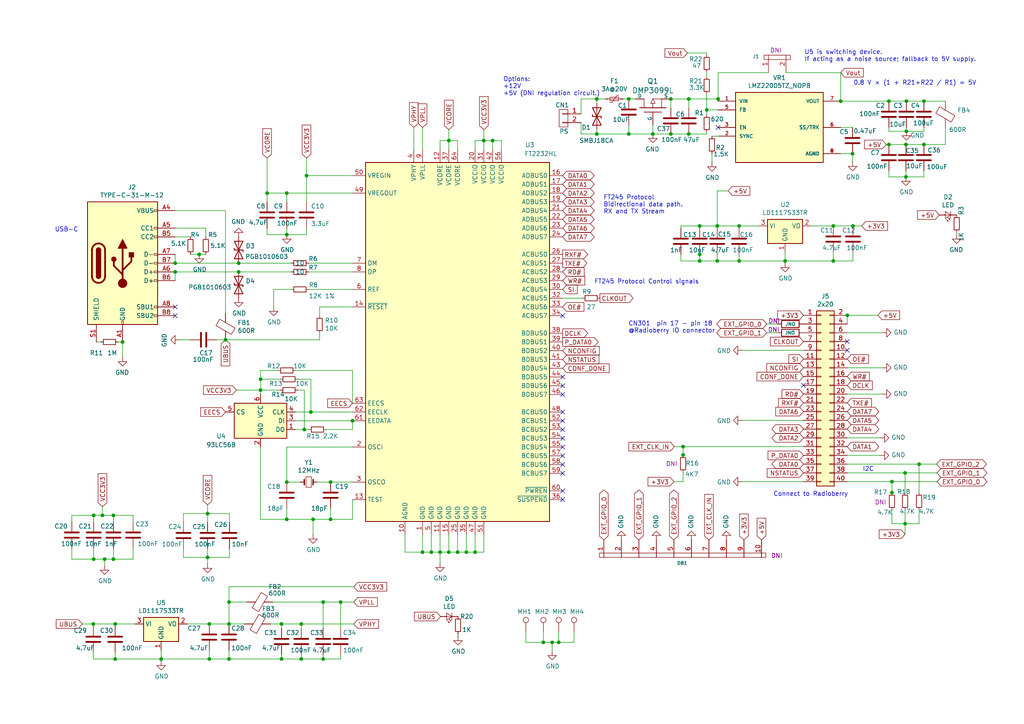
<source format=kicad_sch>
(kicad_sch (version 20231120) (generator "eeschema") (generator_version "8.0")
  (paper "A4")
  (title_block (title "Radioberry-juice") (date "2021-11-13") (rev "Beta-2") (company "AppMind") (comment 1 "PA3GSB Johan Maas"))
  (junction (at 132.715 160.147))
  (junction (at 83.185 139.827))
  (junction (at 267.97 29.337))
  (junction (at 214.376 65.532))
  (junction (at 262.763 51.308))
  (junction (at 35.56 99.187))
  (junction (at 130.175 40.767))
  (junction (at 198.12 131.953))
  (junction (at 247.269 44.577))
  (junction (at 60.198 148.971))
  (junction (at 98.806 174.625))
  (junction (at 227.711 75.692))
  (junction (at 137.795 160.147))
  (junction (at 77.47 56.007))
  (junction (at 90.805 150.622))
  (junction (at 83.185 56.007))
  (junction (at 208.026 75.692))
  (junction (at 69.215 76.327))
  (junction (at 173.101 38.862))
  (junction (at 262.509 137.16))
  (junction (at 262.89 38.1))
  (junction (at 66.421 191.135))
  (junction (at 162.052 186.309))
  (junction (at 130.175 160.147))
  (junction (at 262.763 41.91))
  (junction (at 60.198 161.671))
  (junction (at 102.235 122.047))
  (junction (at 87.376 180.975))
  (junction (at 60.706 191.135))
  (junction (at 93.726 174.625))
  (junction (at 258.699 139.7))
  (junction (at 194.564 28.702))
  (junction (at 50.8 78.867))
  (junction (at 189.357 38.862))
  (junction (at 204.978 31.877))
  (junction (at 257.81 29.337))
  (junction (at 142.875 40.767))
  (junction (at 75.565 109.982))
  (junction (at 140.335 40.767))
  (junction (at 208.026 65.532))
  (junction (at 65.405 98.552))
  (junction (at 33.401 191.135))
  (junction (at 69.215 78.867))
  (junction (at 81.661 191.135))
  (junction (at 202.946 75.692))
  (junction (at 160.147 186.309))
  (junction (at 60.706 180.975))
  (junction (at 27.051 180.975))
  (junction (at 32.893 149.479))
  (junction (at 30.353 162.179))
  (junction (at 262.509 151.892))
  (junction (at 245.745 91.44))
  (junction (at 262.89 29.337))
  (junction (at 194.564 38.862))
  (junction (at 27.178 149.479))
  (junction (at 247.396 65.532))
  (junction (at 93.726 191.135))
  (junction (at 214.376 75.692))
  (junction (at 46.736 191.135))
  (junction (at 95.885 139.827))
  (junction (at 243.84 29.337))
  (junction (at 83.185 68.072))
  (junction (at 66.421 180.975))
  (junction (at 66.421 174.625))
  (junction (at 29.718 149.479))
  (junction (at 127.635 160.147))
  (junction (at 266.573 134.62))
  (junction (at 122.555 160.147))
  (junction (at 88.9 50.927))
  (junction (at 198.12 129.54))
  (junction (at 83.185 150.622))
  (junction (at 241.681 65.532))
  (junction (at 182.372 28.702))
  (junction (at 199.771 38.862))
  (junction (at 90.17 119.507))
  (junction (at 182.372 38.862))
  (junction (at 95.885 150.622))
  (junction (at 33.401 180.975))
  (junction (at 27.178 162.179))
  (junction (at 135.255 160.147))
  (junction (at 88.265 124.587))
  (junction (at 199.771 28.702))
  (junction (at 125.095 160.147))
  (junction (at 32.893 162.179))
  (junction (at 267.97 41.91))
  (junction (at 81.661 180.975))
  (junction (at 202.946 65.532))
  (junction (at 208.28 28.702))
  (junction (at 87.376 191.135))
  (junction (at 157.607 186.309))
  (junction (at 241.681 75.692))
  (junction (at 50.8 76.327))
  (junction (at 75.565 113.157))
  (junction (at 202.946 73.787))
  (junction (at 258.699 142.875))
  (junction (at 57.785 73.787))
  (junction (at 257.81 41.91))
  (junction (at 173.101 28.702))
  (no_connect (at 245.745 99.06))
  (no_connect (at 50.8 91.567))
  (no_connect (at 163.195 142.367))
  (no_connect (at 163.195 137.287))
  (no_connect (at 163.195 127.127))
  (no_connect (at 233.045 111.76))
  (no_connect (at 163.195 91.567))
  (no_connect (at 208.28 36.957))
  (no_connect (at 163.195 122.047))
  (no_connect (at 50.8 89.027))
  (no_connect (at 163.195 109.347))
  (no_connect (at 163.195 111.887))
  (no_connect (at 163.195 132.207))
  (no_connect (at 163.195 119.507))
  (no_connect (at 163.195 124.587))
  (no_connect (at 163.195 134.747))
  (no_connect (at 245.745 101.6))
  (no_connect (at 163.195 114.427))
  (no_connect (at 163.195 144.907))
  (no_connect (at 163.195 129.667))
  (wire (pts (xy 117.475 160.147) (xy 122.555 160.147)))
  (wire (pts (xy 130.175 40.767) (xy 132.715 40.767)))
  (wire (pts (xy 46.736 191.135) (xy 60.706 191.135)))
  (wire (pts (xy 227.711 75.692) (xy 241.681 75.692)))
  (wire (pts (xy 62.865 98.552) (xy 65.405 98.552)))
  (wire (pts (xy 245.745 96.52) (xy 255.905 96.52)))
  (wire (pts (xy 257.81 36.957) (xy 257.81 38.1)))
  (wire (pts (xy 27.051 180.975) (xy 33.401 180.975)))
  (wire (pts (xy 241.681 75.692) (xy 247.396 75.692)))
  (wire (pts (xy 247.396 65.532) (xy 249.936 65.532)))
  (wire (pts (xy 27.94 99.187) (xy 29.21 99.187)))
  (wire (pts (xy 120.015 36.957) (xy 120.015 43.307)))
  (wire (pts (xy 168.529 35.56) (xy 168.529 38.862)))
  (wire (pts (xy 88.265 124.587) (xy 89.535 124.587)))
  (wire (pts (xy 227.711 76.327) (xy 227.711 75.692)))
  (wire (pts (xy 127.635 155.067) (xy 127.635 160.147)))
  (wire (pts (xy 125.095 160.147) (xy 127.635 160.147)))
  (wire (pts (xy 102.235 56.007) (xy 83.185 56.007)))
  (wire (pts (xy 50.8 66.167) (xy 59.69 66.167)))
  (wire (pts (xy 23.876 180.975) (xy 27.051 180.975)))
  (wire (pts (xy 60.198 163.576) (xy 60.198 161.671)))
  (wire (pts (xy 262.509 151.892) (xy 262.509 154.94)))
  (wire (pts (xy 98.806 191.135) (xy 98.806 189.865)))
  (wire (pts (xy 262.89 36.957) (xy 262.89 38.1)))
  (wire (pts (xy 130.175 40.767) (xy 130.175 37.592)))
  (wire (pts (xy 127.635 40.767) (xy 130.175 40.767)))
  (wire (pts (xy 60.706 188.595) (xy 60.706 191.135)))
  (wire (pts (xy 90.17 109.982) (xy 90.17 119.507)))
  (wire (pts (xy 152.527 183.134) (xy 152.527 186.309)))
  (wire (pts (xy 132.842 184.531) (xy 132.842 183.896)))
  (wire (pts (xy 102.235 139.827) (xy 95.885 139.827)))
  (wire (pts (xy 257.81 38.1) (xy 262.89 38.1)))
  (wire (pts (xy 86.36 113.157) (xy 88.265 113.157)))
  (wire (pts (xy 65.405 98.552) (xy 92.71 98.552)))
  (wire (pts (xy 50.8 76.327) (xy 50.8 73.787)))
  (wire (pts (xy 38.608 149.479) (xy 38.608 151.384)))
  (wire (pts (xy 88.9 50.927) (xy 88.9 58.547)))
  (wire (pts (xy 90.17 119.507) (xy 102.235 119.507)))
  (wire (pts (xy 60.198 148.971) (xy 60.198 146.431)))
  (wire (pts (xy 94.615 124.587) (xy 102.235 124.587)))
  (wire (pts (xy 102.235 150.622) (xy 102.235 144.907)))
  (wire (pts (xy 75.565 113.157) (xy 68.58 113.157)))
  (wire (pts (xy 140.335 40.767) (xy 140.335 37.592)))
  (wire (pts (xy 95.885 150.622) (xy 102.235 150.622)))
  (wire (pts (xy 202.946 73.152) (xy 202.946 73.787)))
  (wire (pts (xy 245.745 106.68) (xy 255.905 106.68)))
  (wire (pts (xy 262.509 147.955) (xy 262.509 151.892)))
  (wire (pts (xy 202.946 66.167) (xy 202.946 65.532)))
  (wire (pts (xy 93.726 174.625) (xy 98.806 174.625)))
  (wire (pts (xy 93.726 189.865) (xy 93.726 191.135)))
  (wire (pts (xy 241.681 73.152) (xy 241.681 75.692)))
  (wire (pts (xy 142.875 40.767) (xy 145.415 40.767)))
  (wire (pts (xy 122.555 160.147) (xy 125.095 160.147)))
  (wire (pts (xy 257.81 29.337) (xy 262.89 29.337)))
  (wire (pts (xy 66.421 180.975) (xy 66.421 174.625)))
  (wire (pts (xy 88.9 50.927) (xy 88.9 45.847)))
  (wire (pts (xy 162.052 186.309) (xy 166.497 186.309)))
  (wire (pts (xy 79.375 83.947) (xy 84.455 83.947)))
  (wire (pts (xy 60.198 151.511) (xy 60.198 148.971)))
  (wire (pts (xy 258.699 139.7) (xy 271.78 139.7)))
  (wire (pts (xy 89.535 78.867) (xy 102.235 78.867)))
  (wire (pts (xy 33.401 189.23) (xy 33.401 191.135)))
  (wire (pts (xy 125.095 155.067) (xy 125.095 160.147)))
  (wire (pts (xy 65.405 90.932) (xy 65.405 61.087)))
  (wire (pts (xy 173.101 37.592) (xy 173.101 38.862)))
  (wire (pts (xy 98.806 182.245) (xy 98.806 174.625)))
  (wire (pts (xy 257.81 41.91) (xy 262.763 41.91)))
  (wire (pts (xy 50.8 68.707) (xy 55.245 68.707)))
  (wire (pts (xy 135.255 155.067) (xy 135.255 160.147)))
  (wire (pts (xy 208.28 39.497) (xy 206.502 39.497)))
  (wire (pts (xy 90.805 150.622) (xy 95.885 150.622)))
  (wire (pts (xy 20.828 159.004) (xy 20.828 162.179)))
  (wire (pts (xy 32.893 149.479) (xy 29.718 149.479)))
  (wire (pts (xy 160.147 186.309) (xy 162.052 186.309)))
  (wire (pts (xy 137.795 160.147) (xy 140.335 160.147)))
  (wire (pts (xy 197.485 75.692) (xy 202.946 75.692)))
  (wire (pts (xy 57.785 73.787) (xy 59.69 73.787)))
  (wire (pts (xy 197.485 73.787) (xy 197.485 75.692)))
  (wire (pts (xy 66.421 174.625) (xy 66.421 170.18)))
  (wire (pts (xy 53.213 161.671) (xy 60.198 161.671)))
  (wire (pts (xy 208.28 21.082) (xy 208.28 28.702)))
  (wire (pts (xy 35.56 99.187) (xy 35.56 103.632)))
  (wire (pts (xy 77.47 66.167) (xy 77.47 68.072)))
  (wire (pts (xy 52.07 98.552) (xy 55.245 98.552)))
  (wire (pts (xy 199.771 31.242) (xy 199.771 28.702)))
  (wire (pts (xy 132.715 160.147) (xy 135.255 160.147)))
  (wire (pts (xy 225.425 96.52) (xy 222.377 96.52)))
  (wire (pts (xy 245.745 114.3) (xy 255.905 114.3)))
  (wire (pts (xy 198.12 129.54) (xy 195.58 129.54)))
  (wire (pts (xy 66.548 148.971) (xy 66.548 151.511)))
  (wire (pts (xy 83.185 147.447) (xy 83.185 150.622)))
  (wire (pts (xy 78.486 180.975) (xy 81.661 180.975)))
  (wire (pts (xy 102.235 124.587) (xy 102.235 122.047)))
  (wire (pts (xy 198.12 131.953) (xy 198.12 129.54)))
  (wire (pts (xy 197.485 65.532) (xy 197.485 66.167)))
  (wire (pts (xy 127.635 43.307) (xy 127.635 40.767)))
  (wire (pts (xy 54.356 180.975) (xy 60.706 180.975)))
  (wire (pts (xy 59.69 66.167) (xy 59.69 68.707)))
  (wire (pts (xy 92.075 139.827) (xy 95.885 139.827)))
  (wire (pts (xy 243.84 29.337) (xy 243.84 21.082)))
  (wire (pts (xy 34.29 99.187) (xy 35.56 99.187)))
  (wire (pts (xy 29.718 149.479) (xy 29.718 146.939)))
  (wire (pts (xy 83.185 68.072) (xy 88.9 68.072)))
  (wire (pts (xy 262.763 49.53) (xy 262.763 51.308)))
  (wire (pts (xy 85.725 124.587) (xy 88.265 124.587)))
  (wire (pts (xy 198.12 132.08) (xy 198.12 131.953)))
  (wire (pts (xy 202.946 65.532) (xy 208.026 65.532)))
  (wire (pts (xy 266.573 134.62) (xy 271.653 134.62)))
  (wire (pts (xy 206.502 44.577) (xy 206.502 47.117)))
  (wire (pts (xy 245.745 134.62) (xy 266.573 134.62)))
  (wire (pts (xy 81.28 113.157) (xy 75.565 113.157)))
  (wire (pts (xy 233.045 121.92) (xy 215.265 121.92)))
  (wire (pts (xy 89.535 76.327) (xy 102.235 76.327)))
  (wire (pts (xy 81.661 191.135) (xy 87.376 191.135)))
  (wire (pts (xy 142.875 43.307) (xy 142.875 40.767)))
  (wire (pts (xy 30.353 164.084) (xy 30.353 162.179)))
  (wire (pts (xy 204.978 22.225) (xy 204.978 20.955)))
  (wire (pts (xy 53.213 148.971) (xy 60.198 148.971)))
  (wire (pts (xy 66.421 191.135) (xy 81.661 191.135)))
  (wire (pts (xy 122.555 155.067) (xy 122.555 160.147)))
  (wire (pts (xy 262.509 142.875) (xy 262.509 137.16)))
  (wire (pts (xy 60.198 159.131) (xy 60.198 161.671)))
  (wire (pts (xy 77.47 45.847) (xy 77.47 56.007)))
  (wire (pts (xy 27.051 181.61) (xy 27.051 180.975)))
  (wire (pts (xy 130.175 155.067) (xy 130.175 160.147)))
  (wire (pts (xy 83.185 129.667) (xy 83.185 139.827)))
  (wire (pts (xy 266.573 151.892) (xy 266.573 147.955)))
  (wire (pts (xy 66.421 170.18) (xy 102.616 170.18)))
  (wire (pts (xy 267.97 38.1) (xy 267.97 36.957)))
  (wire (pts (xy 53.213 151.511) (xy 53.213 148.971)))
  (wire (pts (xy 233.045 129.54) (xy 198.12 129.54)))
  (wire (pts (xy 152.527 186.309) (xy 157.607 186.309)))
  (wire (pts (xy 66.421 191.135) (xy 66.421 188.595)))
  (wire (pts (xy 208.026 66.167) (xy 208.026 65.532)))
  (wire (pts (xy 225.425 93.98) (xy 222.377 93.98)))
  (wire (pts (xy 262.763 41.91) (xy 267.97 41.91)))
  (wire (pts (xy 69.215 78.867) (xy 84.455 78.867)))
  (wire (pts (xy 27.051 191.135) (xy 33.401 191.135)))
  (wire (pts (xy 204.978 27.305) (xy 204.978 31.877)))
  (wire (pts (xy 189.357 38.862) (xy 194.564 38.862)))
  (wire (pts (xy 214.376 65.532) (xy 214.376 66.167)))
  (wire (pts (xy 75.565 109.982) (xy 81.28 109.982)))
  (wire (pts (xy 27.178 159.004) (xy 27.178 162.179)))
  (wire (pts (xy 95.885 147.447) (xy 95.885 150.622)))
  (wire (pts (xy 227.711 75.692) (xy 227.711 73.152)))
  (wire (pts (xy 83.185 150.622) (xy 90.805 150.622)))
  (wire (pts (xy 208.026 55.372) (xy 211.201 55.372)))
  (wire (pts (xy 85.725 119.507) (xy 90.17 119.507)))
  (wire (pts (xy 87.376 189.865) (xy 87.376 191.135)))
  (wire (pts (xy 75.565 114.427) (xy 75.565 113.157)))
  (wire (pts (xy 204.978 15.367) (xy 199.39 15.367)))
  (wire (pts (xy 258.699 151.892) (xy 262.509 151.892)))
  (wire (pts (xy 182.372 28.702) (xy 184.277 28.702)))
  (wire (pts (xy 145.415 40.767) (xy 145.415 43.307)))
  (wire (pts (xy 20.828 162.179) (xy 27.178 162.179)))
  (wire (pts (xy 87.376 182.245) (xy 87.376 180.975)))
  (wire (pts (xy 208.026 65.532) (xy 214.376 65.532)))
  (wire (pts (xy 243.84 21.082) (xy 227.965 21.082)))
  (wire (pts (xy 257.81 51.308) (xy 262.763 51.308)))
  (wire (pts (xy 60.198 148.971) (xy 66.548 148.971)))
  (wire (pts (xy 204.978 15.875) (xy 204.978 15.367)))
  (wire (pts (xy 90.805 155.067) (xy 90.805 150.622)))
  (wire (pts (xy 137.795 40.767) (xy 140.335 40.767)))
  (wire (pts (xy 130.175 43.307) (xy 130.175 40.767)))
  (wire (pts (xy 157.607 183.134) (xy 157.607 186.309)))
  (wire (pts (xy 262.763 51.308) (xy 267.97 51.308)))
  (wire (pts (xy 79.375 83.947) (xy 79.375 89.027)))
  (wire (pts (xy 220.091 65.532) (xy 214.376 65.532)))
  (wire (pts (xy 198.12 139.7) (xy 195.453 139.7)))
  (wire (pts (xy 135.255 160.147) (xy 137.795 160.147)))
  (wire (pts (xy 243.84 29.337) (xy 257.81 29.337)))
  (wire (pts (xy 204.978 33.274) (xy 204.978 31.877)))
  (wire (pts (xy 267.97 29.337) (xy 274.193 29.337)))
  (wire (pts (xy 175.641 28.702) (xy 173.101 28.702)))
  (wire (pts (xy 168.529 28.702) (xy 173.101 28.702)))
  (wire (pts (xy 243.84 36.957) (xy 247.269 36.957)))
  (wire (pts (xy 247.269 44.577) (xy 243.84 44.577)))
  (wire (pts (xy 87.376 180.975) (xy 102.616 180.975)))
  (wire (pts (xy 46.736 191.77) (xy 46.736 191.135)))
  (wire (pts (xy 60.706 180.975) (xy 66.421 180.975)))
  (wire (pts (xy 208.026 65.532) (xy 208.026 55.372)))
  (wire (pts (xy 198.12 137.033) (xy 198.12 139.7)))
  (wire (pts (xy 233.045 139.7) (xy 215.265 139.7)))
  (wire (pts (xy 29.718 149.479) (xy 27.178 149.479)))
  (wire (pts (xy 140.335 43.307) (xy 140.335 40.767)))
  (wire (pts (xy 173.101 38.862) (xy 182.372 38.862)))
  (wire (pts (xy 208.28 28.702) (xy 199.771 28.702)))
  (wire (pts (xy 92.71 98.552) (xy 92.71 96.647)))
  (wire (pts (xy 199.771 38.862) (xy 204.978 38.862)))
  (wire (pts (xy 85.725 122.047) (xy 102.235 122.047)))
  (wire (pts (xy 81.661 182.245) (xy 81.661 180.975)))
  (wire (pts (xy 30.353 162.179) (xy 32.893 162.179)))
  (wire (pts (xy 38.608 162.179) (xy 38.608 159.004)))
  (wire (pts (xy 247.396 73.152) (xy 247.396 75.692)))
  (wire (pts (xy 162.052 183.134) (xy 162.052 186.309)))
  (wire (pts (xy 75.565 107.442) (xy 80.645 107.442)))
  (wire (pts (xy 130.175 160.147) (xy 132.715 160.147)))
  (wire (pts (xy 102.235 129.667) (xy 83.185 129.667)))
  (wire (pts (xy 60.706 191.135) (xy 66.421 191.135)))
  (wire (pts (xy 122.555 43.307) (xy 122.555 36.957)))
  (wire (pts (xy 140.335 160.147) (xy 140.335 155.067)))
  (wire (pts (xy 194.564 38.862) (xy 199.771 38.862)))
  (wire (pts (xy 66.548 161.671) (xy 66.548 159.131)))
  (wire (pts (xy 204.978 38.862) (xy 204.978 38.354)))
  (wire (pts (xy 258.699 142.875) (xy 258.699 139.7)))
  (wire (pts (xy 245.745 91.44) (xy 254.635 91.44)))
  (wire (pts (xy 81.661 189.865) (xy 81.661 191.135)))
  (wire (pts (xy 258.699 147.955) (xy 258.699 151.892)))
  (wire (pts (xy 50.8 76.327) (xy 69.215 76.327)))
  (wire (pts (xy 20.828 151.384) (xy 20.828 149.479)))
  (wire (pts (xy 117.475 155.067) (xy 117.475 160.147)))
  (wire (pts (xy 266.573 142.875) (xy 266.573 134.62)))
  (wire (pts (xy 75.565 107.442) (xy 75.565 109.982)))
  (wire (pts (xy 32.893 151.384) (xy 32.893 149.479)))
  (wire (pts (xy 173.101 29.972) (xy 173.101 28.702)))
  (wire (pts (xy 92.71 91.567) (xy 92.71 89.027)))
  (wire (pts (xy 60.198 161.671) (xy 66.548 161.671)))
  (wire (pts (xy 168.529 33.02) (xy 168.529 28.702)))
  (wire (pts (xy 274.193 36.957) (xy 274.193 41.91)))
  (wire (pts (xy 50.8 78.867) (xy 69.215 78.867)))
  (wire (pts (xy 33.401 191.135) (xy 46.736 191.135)))
  (wire (pts (xy 83.185 56.007) (xy 77.47 56.007)))
  (wire (pts (xy 140.335 40.767) (xy 142.875 40.767)))
  (wire (pts (xy 32.893 149.479) (xy 38.608 149.479)))
  (wire (pts (xy 189.357 36.322) (xy 189.357 38.862)))
  (wire (pts (xy 245.745 132.08) (xy 255.27 132.08)))
  (wire (pts (xy 88.265 113.157) (xy 88.265 124.587)))
  (wire (pts (xy 102.235 89.027) (xy 92.71 89.027)))
  (wire (pts (xy 83.185 139.827) (xy 86.995 139.827)))
  (wire (pts (xy 262.509 151.892) (xy 266.573 151.892)))
  (wire (pts (xy 197.485 65.532) (xy 202.946 65.532)))
  (wire (pts (xy 235.331 65.532) (xy 241.681 65.532)))
  (wire (pts (xy 46.736 191.135) (xy 46.736 188.595)))
  (wire (pts (xy 66.421 180.975) (xy 70.866 180.975)))
  (wire (pts (xy 79.121 174.625) (xy 93.726 174.625)))
  (wire (pts (xy 194.564 31.242) (xy 194.564 28.702)))
  (wire (pts (xy 39.116 180.975) (xy 33.401 180.975)))
  (wire (pts (xy 132.715 155.067) (xy 132.715 160.147)))
  (wire (pts (xy 33.401 181.61) (xy 33.401 180.975)))
  (wire (pts (xy 194.437 28.702) (xy 194.564 28.702)))
  (wire (pts (xy 83.185 68.072) (xy 83.185 66.167)))
  (wire (pts (xy 214.376 73.787) (xy 214.376 75.692)))
  (wire (pts (xy 132.715 40.767) (xy 132.715 43.307)))
  (wire (pts (xy 262.89 38.1) (xy 267.97 38.1)))
  (wire (pts (xy 93.726 191.135) (xy 98.806 191.135)))
  (wire (pts (xy 245.745 127) (xy 255.27 127)))
  (wire (pts (xy 27.178 162.179) (xy 30.353 162.179)))
  (wire (pts (xy 137.795 155.067) (xy 137.795 160.147)))
  (wire (pts (xy 262.509 137.16) (xy 271.78 137.16)))
  (wire (pts (xy 84.455 76.327) (xy 69.215 76.327)))
  (wire (pts (xy 32.893 162.179) (xy 38.608 162.179)))
  (wire (pts (xy 93.726 182.245) (xy 93.726 174.625)))
  (wire (pts (xy 77.47 58.547) (xy 77.47 56.007)))
  (wire (pts (xy 137.795 43.307) (xy 137.795 40.767)))
  (wire (pts (xy 222.885 21.082) (xy 208.28 21.082)))
  (wire (pts (xy 55.245 73.787) (xy 57.785 73.787)))
  (wire (pts (xy 262.89 29.337) (xy 267.97 29.337)))
  (wire (pts (xy 102.235 83.947) (xy 89.535 83.947)))
  (wire (pts (xy 75.565 150.622) (xy 75.565 129.667)))
  (wire (pts (xy 258.699 143.002) (xy 258.699 142.875)))
  (wire (pts (xy 168.529 38.862) (xy 173.101 38.862)))
  (wire (pts (xy 27.178 149.479) (xy 27.178 151.384)))
  (wire (pts (xy 202.946 75.692) (xy 208.026 75.692)))
  (wire (pts (xy 208.026 75.692) (xy 214.376 75.692)))
  (wire (pts (xy 194.564 28.702) (xy 199.771 28.702)))
  (wire (pts (xy 88.9 68.072) (xy 88.9 66.167)))
  (wire (pts (xy 75.565 109.982) (xy 75.565 113.157)))
  (wire (pts (xy 163.195 86.487) (xy 168.91 86.487)))
  (wire (pts (xy 53.213 159.131) (xy 53.213 161.671)))
  (wire (pts (xy 277.495 68.072) (xy 277.495 67.437)))
  (wire (pts (xy 27.051 189.23) (xy 27.051 191.135)))
  (wire (pts (xy 83.185 58.547) (xy 83.185 56.007)))
  (wire (pts (xy 127.635 160.147) (xy 130.175 160.147)))
  (wire (pts (xy 50.8 81.407) (xy 50.8 78.867)))
  (wire (pts (xy 102.235 50.927) (xy 88.9 50.927)))
  (wire (pts (xy 85.725 107.442) (xy 102.235 107.442)))
  (wire (pts (xy 87.376 191.135) (xy 93.726 191.135)))
  (wire (pts (xy 182.372 38.862) (xy 189.357 38.862)))
  (wire (pts (xy 50.8 61.087) (xy 65.405 61.087)))
  (wire (pts (xy 66.421 174.625) (xy 71.501 174.625)))
  (wire (pts (xy 182.372 36.322) (xy 182.372 38.862)))
  (wire (pts (xy 233.045 101.6) (xy 215.265 101.6)))
  (wire (pts (xy 208.28 28.702) (xy 208.28 29.337)))
  (wire (pts (xy 245.745 93.98) (xy 245.745 91.44)))
  (wire (pts (xy 257.81 49.53) (xy 257.81 51.308)))
  (wire (pts (xy 204.978 31.877) (xy 208.28 31.877)))
  (wire (pts (xy 20.828 149.479) (xy 27.178 149.479)))
  (wire (pts (xy 81.661 180.975) (xy 87.376 180.975)))
  (wire (pts (xy 202.946 73.787) (xy 202.946 75.692)))
  (wire (pts (xy 245.745 137.16) (xy 262.509 137.16)))
  (wire (pts (xy 267.97 51.308) (xy 267.97 49.53)))
  (wire (pts (xy 274.193 41.91) (xy 267.97 41.91)))
  (wire (pts (xy 180.721 28.702) (xy 182.372 28.702)))
  (wire (pts (xy 241.681 65.532) (xy 247.396 65.532)))
  (wire (pts (xy 247.269 46.99) (xy 247.269 44.577)))
  (wire (pts (xy 257.048 41.91) (xy 257.81 41.91)))
  (wire (pts (xy 208.026 73.787) (xy 208.026 75.692)))
  (wire (pts (xy 245.745 139.7) (xy 258.699 139.7)))
  (wire (pts (xy 98.806 174.625) (xy 102.616 174.625)))
  (wire (pts (xy 166.497 186.309) (xy 166.497 183.134)))
  (wire (pts (xy 102.235 107.442) (xy 102.235 116.967)))
  (wire (pts (xy 160.147 188.849) (xy 160.147 186.309)))
  (wire (pts (xy 127.635 163.322) (xy 127.635 160.147)))
  (wire (pts (xy 83.185 150.622) (xy 75.565 150.622)))
  (wire (pts (xy 214.376 75.692) (xy 227.711 75.692)))
  (wire (pts (xy 77.47 68.072) (xy 83.185 68.072)))
  (wire (pts (xy 32.893 159.004) (xy 32.893 162.179)))
  (wire (pts (xy 157.607 186.309) (xy 160.147 186.309)))
  (wire (pts (xy 86.36 109.982) (xy 90.17 109.982)))
  (text "0.8 V × (1 + R21+R22 / R1) = 5V" (at 247.523 24.892 0) (effects (font (size 1.27 1.27)) (justify left bottom)))
  (text "I2C" (at 250.19 136.906 0) (effects (font (size 1.27 1.27)) (justify left bottom)))
  (text "Options:\n+12V \n+5V (DNI regulation circuit.)\n" (at 145.923 27.94 0) (effects (font (size 1.27 1.27)) (justify left bottom)))
  (text "CN301  pin 17 - pin 18\n@Radioberry IO connector" (at 182.245 96.774 0) (effects (font (size 1.27 1.27)) (justify left bottom)))
  (text "U5 is switching device. \nIf acting as a noise source; fallback to 5V supply." (at 233.299 18.034 0) (effects (font (size 1.27 1.27)) (justify left bottom)))
  (text "USB-C" (at 15.875 67.437 0) (effects (font (size 1.27 1.27)) (justify left bottom)))
  (text "FT245 Protocol\nBidirectional data path.\nRX and TX Stream" (at 175.006 62.23 0) (effects (font (size 1.27 1.27)) (justify left bottom)))
  (text "FT245 Protocol Control signals" (at 172.339 82.55 0) (effects (font (size 1.27 1.27)) (justify left bottom)))
  (text "Connect to Radioberry " (at 224.282 144.145 0) (effects (font (size 1.27 1.27)) (justify left bottom)))
  (global_label "EXT_GPIO_1" (shape bidirectional) (at 185.293 156.591 90) (property "Intersheetrefs" "${INTERSHEET_REFS}" (effects (hide yes))))
  (global_label "UBUS" (shape input) (at 127.762 178.816 180) (property "Intersheetrefs" "${INTERSHEET_REFS}" (effects (hide yes))))
  (global_label "SI" (shape input) (at 163.195 83.947 0) (property "Intersheetrefs" "${INTERSHEET_REFS}" (effects (hide yes))))
  (global_label "CONF_DONE" (shape input) (at 233.045 109.22 180) (property "Intersheetrefs" "${INTERSHEET_REFS}" (effects (hide yes))))
  (global_label "DATA2" (shape bidirectional) (at 163.195 56.007 0) (property "Intersheetrefs" "${INTERSHEET_REFS}" (effects (hide yes))))
  (global_label "Vout" (shape input) (at 243.84 21.082 0) (property "Intersheetrefs" "${INTERSHEET_REFS}" (effects (hide yes))))
  (global_label "EXT_GPIO_2" (shape bidirectional) (at 195.453 156.591 90) (property "Intersheetrefs" "${INTERSHEET_REFS}" (effects (hide yes))))
  (global_label "+5V" (shape input) (at 211.201 55.372 0) (property "Intersheetrefs" "${INTERSHEET_REFS}" (effects (hide yes))))
  (global_label "VCORE" (shape input) (at 60.198 146.431 90) (property "Intersheetrefs" "${INTERSHEET_REFS}" (effects (hide yes))))
  (global_label "RD#" (shape input) (at 233.045 114.3 180) (property "Intersheetrefs" "${INTERSHEET_REFS}" (effects (hide yes))))
  (global_label "DCLK" (shape input) (at 245.745 111.76 0) (property "Intersheetrefs" "${INTERSHEET_REFS}" (effects (hide yes))))
  (global_label "DATA6" (shape bidirectional) (at 163.195 66.167 0) (property "Intersheetrefs" "${INTERSHEET_REFS}" (effects (hide yes))))
  (global_label "VCC3V3" (shape input) (at 68.58 113.157 180) (property "Intersheetrefs" "${INTERSHEET_REFS}" (effects (hide yes))))
  (global_label "OE#" (shape input) (at 163.195 89.027 0) (property "Intersheetrefs" "${INTERSHEET_REFS}" (effects (hide yes))))
  (global_label "VPLL" (shape input) (at 102.616 174.625 0) (property "Intersheetrefs" "${INTERSHEET_REFS}" (effects (hide yes))))
  (global_label "DATA0" (shape bidirectional) (at 163.195 50.927 0) (property "Intersheetrefs" "${INTERSHEET_REFS}" (effects (hide yes))))
  (global_label "CLKOUT" (shape input) (at 233.045 99.06 180) (property "Intersheetrefs" "${INTERSHEET_REFS}" (effects (hide yes))))
  (global_label "DATA1" (shape bidirectional) (at 245.745 129.54 0) (property "Intersheetrefs" "${INTERSHEET_REFS}" (effects (hide yes))))
  (global_label "Vout" (shape input) (at 199.39 15.367 180) (property "Intersheetrefs" "${INTERSHEET_REFS}" (effects (hide yes))))
  (global_label "VCC3V3" (shape input) (at 102.616 170.18 0) (property "Intersheetrefs" "${INTERSHEET_REFS}" (effects (hide yes))))
  (global_label "SI" (shape input) (at 233.045 104.14 180) (property "Intersheetrefs" "${INTERSHEET_REFS}" (effects (hide yes))))
  (global_label "EXT_GPIO_0" (shape bidirectional) (at 271.78 139.7 0) (property "Intersheetrefs" "${INTERSHEET_REFS}" (effects (hide yes))))
  (global_label "DCLK" (shape output) (at 163.195 96.647 0) (property "Intersheetrefs" "${INTERSHEET_REFS}" (effects (hide yes))))
  (global_label "UBUS" (shape input) (at 65.405 98.552 270) (property "Intersheetrefs" "${INTERSHEET_REFS}" (effects (hide yes))))
  (global_label "RXF#" (shape input) (at 233.045 116.84 180) (property "Intersheetrefs" "${INTERSHEET_REFS}" (effects (hide yes))))
  (global_label "DATA4" (shape bidirectional) (at 163.195 61.087 0) (property "Intersheetrefs" "${INTERSHEET_REFS}" (effects (hide yes))))
  (global_label "EXT_GPIO_2" (shape bidirectional) (at 271.653 134.62 0) (property "Intersheetrefs" "${INTERSHEET_REFS}" (effects (hide yes))))
  (global_label "DATA4" (shape bidirectional) (at 245.745 124.46 0) (property "Intersheetrefs" "${INTERSHEET_REFS}" (effects (hide yes))))
  (global_label "RD#" (shape input) (at 163.195 78.867 0) (property "Intersheetrefs" "${INTERSHEET_REFS}" (effects (hide yes))))
  (global_label "TXE#" (shape input) (at 245.745 116.84 0) (property "Intersheetrefs" "${INTERSHEET_REFS}" (effects (hide yes))))
  (global_label "UBUS" (shape input) (at 23.876 180.975 180) (property "Intersheetrefs" "${INTERSHEET_REFS}" (effects (hide yes))))
  (global_label "NSTATUS" (shape input) (at 163.195 104.267 0) (property "Intersheetrefs" "${INTERSHEET_REFS}" (effects (hide yes))))
  (global_label "NSTATUS" (shape input) (at 233.045 137.16 180) (property "Intersheetrefs" "${INTERSHEET_REFS}" (effects (hide yes))))
  (global_label "DATA6" (shape input) (at 233.045 119.38 180) (property "Intersheetrefs" "${INTERSHEET_REFS}" (effects (hide yes))))
  (global_label "EXT_CLK_IN" (shape input) (at 195.58 129.54 180) (property "Intersheetrefs" "${INTERSHEET_REFS}" (effects (hide yes))))
  (global_label "DATA5" (shape bidirectional) (at 163.195 63.627 0) (property "Intersheetrefs" "${INTERSHEET_REFS}" (effects (hide yes))))
  (global_label "P_DATA0" (shape output) (at 163.195 99.187 0) (property "Intersheetrefs" "${INTERSHEET_REFS}" (effects (hide yes))))
  (global_label "RXF#" (shape output) (at 163.195 73.787 0) (property "Intersheetrefs" "${INTERSHEET_REFS}" (effects (hide yes))))
  (global_label "EXT_GPIO_0" (shape bidirectional) (at 222.377 93.98 180) (property "Intersheetrefs" "${INTERSHEET_REFS}" (effects (hide yes))))
  (global_label "EXT_GPIO_1" (shape bidirectional) (at 271.78 137.16 0) (property "Intersheetrefs" "${INTERSHEET_REFS}" (effects (hide yes))))
  (global_label "EXT_CLK_IN" (shape input) (at 205.613 156.591 90) (property "Intersheetrefs" "${INTERSHEET_REFS}" (effects (hide yes))))
  (global_label "DATA3" (shape bidirectional) (at 163.195 58.547 0) (property "Intersheetrefs" "${INTERSHEET_REFS}" (effects (hide yes))))
  (global_label "+3V3" (shape input) (at 249.936 65.532 0) (property "Intersheetrefs" "${INTERSHEET_REFS}" (effects (hide yes))))
  (global_label "VCC3V3" (shape input) (at 29.718 146.939 90) (property "Intersheetrefs" "${INTERSHEET_REFS}" (effects (hide yes))))
  (global_label "+5V" (shape input) (at 220.853 156.591 90) (property "Intersheetrefs" "${INTERSHEET_REFS}" (effects (hide yes))))
  (global_label "DATA2" (shape bidirectional) (at 233.045 127 180) (property "Intersheetrefs" "${INTERSHEET_REFS}" (effects (hide yes))))
  (global_label "+3V3" (shape input) (at 195.453 139.7 180) (property "Intersheetrefs" "${INTERSHEET_REFS}" (effects (hide yes))))
  (global_label "DATA7" (shape bidirectional) (at 245.745 119.38 0) (property "Intersheetrefs" "${INTERSHEET_REFS}" (effects (hide yes))))
  (global_label "EXT_GPIO_0" (shape bidirectional) (at 175.133 156.591 90) (property "Intersheetrefs" "${INTERSHEET_REFS}" (effects (hide yes))))
  (global_label "DATA0" (shape bidirectional) (at 233.045 134.62 180) (property "Intersheetrefs" "${INTERSHEET_REFS}" (effects (hide yes))))
  (global_label "+5V" (shape input) (at 257.048 41.91 180) (property "Intersheetrefs" "${INTERSHEET_REFS}" (effects (hide yes))))
  (global_label "CLKOUT" (shape output) (at 173.99 86.487 0) (property "Intersheetrefs" "${INTERSHEET_REFS}" (effects (hide yes))))
  (global_label "+3V3" (shape input) (at 215.773 156.591 90) (property "Intersheetrefs" "${INTERSHEET_REFS}" (effects (hide yes))))
  (global_label "P_DATA0" (shape input) (at 233.045 132.08 180) (property "Intersheetrefs" "${INTERSHEET_REFS}" (effects (hide yes))))
  (global_label "VCC3V3" (shape input) (at 88.9 45.847 90) (property "Intersheetrefs" "${INTERSHEET_REFS}" (effects (hide yes))))
  (global_label "NCONFIG" (shape input) (at 233.045 106.68 180) (property "Intersheetrefs" "${INTERSHEET_REFS}" (effects (hide yes))))
  (global_label "+5V" (shape input) (at 272.415 62.357 180) (property "Intersheetrefs" "${INTERSHEET_REFS}" (effects (hide yes))))
  (global_label "EXT_GPIO_1" (shape bidirectional) (at 222.377 96.52 180) (property "Intersheetrefs" "${INTERSHEET_REFS}" (effects (hide yes))))
  (global_label "VPHY" (shape input) (at 102.616 180.975 0) (property "Intersheetrefs" "${INTERSHEET_REFS}" (effects (hide yes))))
  (global_label "+3V3" (shape input) (at 233.045 91.44 180) (property "Intersheetrefs" "${INTERSHEET_REFS}" (effects (hide yes))))
  (global_label "VCC3V3" (shape input) (at 140.335 37.592 90) (property "Intersheetrefs" "${INTERSHEET_REFS}" (effects (hide yes))))
  (global_label "VCORE" (shape input) (at 77.47 45.847 90) (property "Intersheetrefs" "${INTERSHEET_REFS}" (effects (hide yes))))
  (global_label "TXE#" (shape output) (at 163.195 76.327 0) (property "Intersheetrefs" "${INTERSHEET_REFS}" (effects (hide yes))))
  (global_label "VPLL" (shape input) (at 122.555 36.957 90) (property "Intersheetrefs" "${INTERSHEET_REFS}" (effects (hide yes))))
  (global_label "DATA3" (shape bidirectional) (at 233.045 124.46 180) (property "Intersheetrefs" "${INTERSHEET_REFS}" (effects (hide yes))))
  (global_label "WR#" (shape input) (at 245.745 109.22 0) (property "Intersheetrefs" "${INTERSHEET_REFS}" (effects (hide yes))))
  (global_label "OE#" (shape input) (at 245.745 104.14 0) (property "Intersheetrefs" "${INTERSHEET_REFS}" (effects (hide yes))))
  (global_label "VPHY" (shape input) (at 120.015 36.957 90) (property "Intersheetrefs" "${INTERSHEET_REFS}" (effects (hide yes))))
  (global_label "CONF_DONE" (shape input) (at 163.195 106.807 0) (property "Intersheetrefs" "${INTERSHEET_REFS}" (effects (hide yes))))
  (global_label "DATA7" (shape bidirectional) (at 163.195 68.707 0) (property "Intersheetrefs" "${INTERSHEET_REFS}" (effects (hide yes))))
  (global_label "DATA5" (shape bidirectional) (at 245.745 121.92 0) (property "Intersheetrefs" "${INTERSHEET_REFS}" (effects (hide yes))))
  (global_label "VCORE" (shape input) (at 130.175 37.592 90) (property "Intersheetrefs" "${INTERSHEET_REFS}" (effects (hide yes))))
  (global_label "NCONFIG" (shape input) (at 163.195 101.727 0) (property "Intersheetrefs" "${INTERSHEET_REFS}" (effects (hide yes))))
  (global_label "+5V" (shape input) (at 254.635 91.44 0) (property "Intersheetrefs" "${INTERSHEET_REFS}" (effects (hide yes))))
  (global_label "+3V3" (shape input) (at 262.509 154.94 180) (property "Intersheetrefs" "${INTERSHEET_REFS}" (effects (hide yes))))
  (global_label "WR#" (shape input) (at 163.195 81.407 0) (property "Intersheetrefs" "${INTERSHEET_REFS}" (effects (hide yes))))
  (global_label "DATA1" (shape bidirectional) (at 163.195 53.467 0) (property "Intersheetrefs" "${INTERSHEET_REFS}" (effects (hide yes))))
  (global_label "EECS" (shape input) (at 65.405 119.507 180) (property "Intersheetrefs" "${INTERSHEET_REFS}" (effects (hide yes))))
  (global_label "EECS" (shape input) (at 102.235 116.967 180) (property "Intersheetrefs" "${INTERSHEET_REFS}" (effects (hide yes))))
  (symbol (lib_id "hermeslite:TEST_1P") (at 152.527 183.134 0) (unit 1)
    (property "Reference" "J6" (effects (hide yes)))
    (property "Value" "MH1" (at 149.987 177.419 0) (effects (justify left)))
    (property "Footprint" "hermeslite:m3" (effects (hide yes)))
    (property "Option" "DNI" (effects (hide yes)))
    (property "Key" "NOBOM" (effects (hide yes)))
  )
  (symbol (lib_id "hermeslite:TEST_1P") (at 157.607 183.134 0) (unit 1)
    (property "Reference" "J7" (effects (hide yes)))
    (property "Value" "MH2" (at 155.067 177.419 0) (effects (justify left)))
    (property "Footprint" "hermeslite:m3" (effects (hide yes)))
    (property "Option" "DNI" (effects (hide yes)))
    (property "Key" "NOBOM" (effects (hide yes)))
  )
  (symbol (lib_id "hermeslite:TEST_1P") (at 162.052 183.134 0) (unit 1)
    (property "Reference" "J8" (effects (hide yes)))
    (property "Value" "MH3" (at 160.147 177.419 0) (effects (justify left)))
    (property "Footprint" "hermeslite:m3" (effects (hide yes)))
    (property "Option" "DNI" (effects (hide yes)))
    (property "Key" "NOBOM" (effects (hide yes)))
  )
  (symbol (lib_id "hermeslite:TEST_1P") (at 166.497 183.134 0) (unit 1)
    (property "Reference" "J9" (effects (hide yes)))
    (property "Value" "MH4" (at 165.227 177.419 0) (effects (justify left)))
    (property "Footprint" "hermeslite:m3" (effects (hide yes)))
    (property "Option" "DNI" (effects (hide yes)))
    (property "Key" "NOBOM" (effects (hide yes)))
  )
  (symbol (lib_id "power:GND") (at 160.147 188.849 0) (unit 1)
    (property "Reference" "#PWR029" (effects (hide yes)))
    (property "Value" "GND" (at 160.274 193.2432 0))
  )
  (symbol (lib_id "Device:C") (at 202.946 69.977 0) (unit 1)
    (property "Reference" "C14" (at 203.581 68.072 0) (effects (justify left)))
    (property "Value" "10nF" (at 199.771 72.517 0) (effects (justify left)))
    (property "Footprint" "Capacitors_SMD:C_0603_HandSoldering" (effects (hide yes)))
  )
  (symbol (lib_id "Memory_EEPROM:93LCxxAxxOT") (at 75.565 122.047 0) (unit 1)
    (property "Reference" "U4" (at 64.135 126.492 0))
    (property "Value" "93LC56B" (at 64.135 129.032 0))
    (property "Footprint" "TO_SOT_Packages_SMD:SOT-23-6_Handsoldering" (effects (hide yes)))
    (property "Datasheet" "http://ww1.microchip.com/downloads/en/DeviceDoc/20001749K.pdf" (effects (hide yes)))
  )
  (symbol (lib_id "Device:R_Small") (at 83.82 109.982 270) (unit 1)
    (property "Reference" "R13" (at 80.01 111.252 90))
    (property "Value" "10K" (at 87.63 111.252 90))
    (property "Footprint" "Resistors_SMD:R_0603_HandSoldering" (effects (hide yes)))
  )
  (symbol (lib_id "Device:R_Small") (at 83.185 107.442 270) (unit 1)
    (property "Reference" "R12" (at 79.375 106.172 90))
    (property "Value" "10K" (at 86.995 106.172 90))
    (property "Footprint" "Resistors_SMD:R_0603_HandSoldering" (effects (hide yes)))
  )
  (symbol (lib_id "Connector:USB_C_Receptacle_USB2.0") (at 35.56 76.327 0) (unit 1)
    (property "Reference" "J2" (at 38.2778 54.3052 0))
    (property "Value" "TYPE-C-31-M-12" (at 38.2778 56.6166 0))
    (property "Footprint" "USB-C-Power-tester:TYPE-C-31-M-12" (effects (hide yes)))
    (property "Datasheet" "https://www.usb.org/sites/default/files/documents/usb_type-c.zip" (effects (hide yes)))
  )
  (symbol (lib_id "hermeslite:LED_Small") (at 274.955 62.357 180) (unit 1)
    (property "Reference" "D2" (at 274.955 57.15 0))
    (property "Value" "LED" (at 274.955 59.4614 0))
    (property "Footprint" "hermeslite:LEDn" (effects (hide yes)))
  )
  (symbol (lib_id "hermeslite:LED_Small") (at 130.302 178.816 180) (unit 1)
    (property "Reference" "D5" (at 130.302 173.609 0))
    (property "Value" "LED" (at 130.302 175.9204 0))
    (property "Footprint" "hermeslite:LEDn" (effects (hide yes)))
  )
  (symbol (lib_id "Device:R_Small") (at 132.842 181.356 180) (unit 1)
    (property "Reference" "R20" (at 135.382 178.816 0))
    (property "Value" "1K" (at 135.382 182.626 0))
    (property "Footprint" "Resistors_SMD:R_0603_HandSoldering" (effects (hide yes)))
  )
  (symbol (lib_id "power:GND") (at 132.842 184.531 0) (unit 1)
    (property "Reference" "#PWR028" (effects (hide yes)))
    (property "Value" "GND" (at 132.969 188.9252 0))
  )
  (symbol (lib_id "Device:R_Small") (at 277.495 64.897 180) (unit 1)
    (property "Reference" "R3" (at 278.765 61.087 90))
    (property "Value" "1K" (at 278.765 68.707 90))
    (property "Footprint" "Resistors_SMD:R_0603_HandSoldering" (effects (hide yes)))
  )
  (symbol (lib_id "power:GND") (at 277.495 68.072 0) (mirror y) (unit 1)
    (property "Reference" "#PWR04" (effects (hide yes)))
    (property "Value" "GND" (at 277.368 72.4662 0))
  )
  (symbol (lib_id "Device:R_Small") (at 55.245 71.247 180) (unit 1)
    (property "Reference" "R4" (at 55.245 68.072 0) (effects (justify right)))
    (property "Value" "5.1K" (at 49.53 70.612 0) (effects (justify right)))
    (property "Footprint" "Resistors_SMD:R_0603_HandSoldering" (effects (hide yes)))
  )
  (symbol (lib_id "Device:R_Small") (at 59.69 71.247 180) (unit 1)
    (property "Reference" "R5" (at 60.325 68.072 0) (effects (justify right)))
    (property "Value" "5.1K" (at 60.96 71.247 0) (effects (justify right)))
    (property "Footprint" "Resistors_SMD:R_0603_HandSoldering" (effects (hide yes)))
  )
  (symbol (lib_id "power:GND") (at 57.785 73.787 0) (unit 1)
    (property "Reference" "#PWR06" (effects (hide yes)))
    (property "Value" "GND" (at 57.912 78.1812 0))
  )
  (symbol (lib_id "Interface_USB:FT2232HL") (at 132.715 99.187 0) (unit 1)
    (property "Reference" "U3" (at 153.67 42.037 0))
    (property "Value" "FT2232HL" (at 156.845 44.577 0))
    (property "Footprint" "Housings_QFP:LQFP-64_10x10mm_Pitch0.5mm" (effects (hide yes)))
    (property "Datasheet" "https://www.ftdichip.com/Support/Documents/DataSheets/ICs/DS_FT2232H.pdf" (effects (hide yes)))
  )
  (symbol (lib_id "Device:R_Small") (at 86.995 76.327 270) (unit 1)
    (property "Reference" "R6" (at 90.805 75.057 90))
    (property "Value" "10" (at 86.995 76.327 90))
    (property "Footprint" "Resistors_SMD:R_0603_HandSoldering" (effects (hide yes)))
  )
  (symbol (lib_id "Device:Crystal_Small") (at 89.535 139.827 0) (unit 1)
    (property "Reference" "Y1" (at 89.535 134.112 0))
    (property "Value" "12MHz" (at 89.535 136.4234 0))
    (property "Footprint" "SamacSys_Parts:ABM712000MHZD2YT" (effects (hide yes)))
  )
  (symbol (lib_id "Device:C") (at 83.185 143.637 0) (unit 1)
    (property "Reference" "C18" (at 77.47 141.097 0) (effects (justify left)))
    (property "Value" "18pF" (at 77.47 147.447 0) (effects (justify left)))
    (property "Footprint" "Capacitors_SMD:C_0603_HandSoldering" (effects (hide yes)))
  )
  (symbol (lib_id "Device:C") (at 95.885 143.637 0) (unit 1)
    (property "Reference" "C19" (at 97.155 141.097 0) (effects (justify left)))
    (property "Value" "18pF" (at 90.17 147.447 0) (effects (justify left)))
    (property "Footprint" "Capacitors_SMD:C_0603_HandSoldering" (effects (hide yes)))
  )
  (symbol (lib_id "power:GND") (at 90.805 155.067 0) (unit 1)
    (property "Reference" "#PWR020" (effects (hide yes)))
    (property "Value" "GND" (at 90.932 159.4612 0))
  )
  (symbol (lib_id "Device:R_Small") (at 92.075 124.587 270) (unit 1)
    (property "Reference" "R15" (at 90.805 126.492 90))
    (property "Value" "2.2K" (at 95.885 126.492 90))
    (property "Footprint" "Resistors_SMD:R_0603_HandSoldering" (effects (hide yes)))
  )
  (symbol (lib_id "Device:R_Small") (at 83.82 113.157 270) (unit 1)
    (property "Reference" "R14" (at 80.645 114.427 90))
    (property "Value" "10K" (at 84.455 115.697 90))
    (property "Footprint" "Resistors_SMD:R_0603_HandSoldering" (effects (hide yes)))
  )
  (symbol (lib_id "power:GND") (at 79.375 89.027 0) (unit 1)
    (property "Reference" "#PWR09" (effects (hide yes)))
    (property "Value" "GND" (at 79.502 93.4212 0))
  )
  (symbol (lib_id "Device:R_Small") (at 86.995 78.867 270) (unit 1)
    (property "Reference" "R7" (at 90.805 77.597 90))
    (property "Value" "10" (at 86.995 78.867 90))
    (property "Footprint" "Resistors_SMD:R_0603_HandSoldering" (effects (hide yes)))
  )
  (symbol (lib_id "Device:D_TVS") (at 69.215 72.517 270) (unit 1)
    (property "Reference" "D3" (at 71.247 71.3486 90) (effects (justify left)))
    (property "Value" "PGB1010603" (at 71.12 74.422 90) (effects (justify left)))
    (property "Footprint" "hermeslite:SMD-0603" (effects (hide yes)))
  )
  (symbol (lib_id "Device:D_TVS") (at 69.215 82.677 270) (unit 1)
    (property "Reference" "D4" (at 71.247 81.5086 90) (effects (justify left)))
    (property "Value" "PGB1010603" (at 54.61 83.312 90) (effects (justify left)))
    (property "Footprint" "hermeslite:SMD-0603" (effects (hide yes)))
  )
  (symbol (lib_id "power:GND") (at 69.215 86.487 0) (unit 1)
    (property "Reference" "#PWR08" (effects (hide yes)))
    (property "Value" "GND" (at 69.342 90.8812 0))
  )
  (symbol (lib_id "power:GND") (at 69.215 68.707 180) (unit 1)
    (property "Reference" "#PWR05" (effects (hide yes)))
    (property "Value" "GND" (at 69.088 64.3128 0))
  )
  (symbol (lib_id "power:GND") (at 127.635 163.322 0) (unit 1)
    (property "Reference" "#PWR025" (effects (hide yes)))
    (property "Value" "GND" (at 127.762 167.7162 0))
  )
  (symbol (lib_id "Device:R_Small") (at 92.71 94.107 180) (unit 1)
    (property "Reference" "R10" (at 94.2086 92.9386 0) (effects (justify right)))
    (property "Value" "10K" (at 94.2086 95.25 0) (effects (justify right)))
    (property "Footprint" "Resistors_SMD:R_0603_HandSoldering" (effects (hide yes)))
  )
  (symbol (lib_id "Connector_Generic:Conn_02x20_Odd_Even") (at 238.125 114.3 0) (unit 1)
    (property "Reference" "J5" (at 239.395 85.9282 0))
    (property "Value" "2x20" (at 239.395 88.2396 0))
    (property "Footprint" "rb-kicad:PINHEAD_2X20_BSILK" (effects (hide yes)))
  )
  (symbol (lib_id "Device:R_Small") (at 86.995 83.947 90) (unit 1)
    (property "Reference" "R8" (at 89.535 82.677 90) (effects (justify right)))
    (property "Value" "12K 1%" (at 89.535 85.852 90) (effects (justify right)))
    (property "Footprint" "Resistors_SMD:R_0603_HandSoldering" (effects (hide yes)))
  )
  (symbol (lib_id "Device:R_Small") (at 171.45 86.487 90) (unit 1)
    (property "Reference" "R9" (at 170.18 84.582 90))
    (property "Value" "27" (at 171.45 89.027 90))
    (property "Footprint" "Resistors_SMD:R_0603_HandSoldering" (effects (hide yes)))
  )
  (symbol (lib_id "power:GND") (at 255.905 96.52 90) (unit 1)
    (property "Reference" "#PWR010" (effects (hide yes)))
    (property "Value" "GND" (at 259.1562 96.393 90) (effects (justify right)))
  )
  (symbol (lib_id "power:GND") (at 255.905 106.68 90) (unit 1)
    (property "Reference" "#PWR014" (effects (hide yes)))
    (property "Value" "GND" (at 259.1562 106.553 90) (effects (justify right)))
  )
  (symbol (lib_id "power:GND") (at 255.905 114.3 90) (unit 1)
    (property "Reference" "#PWR015" (effects (hide yes)))
    (property "Value" "GND" (at 259.1562 114.173 90) (effects (justify right)))
  )
  (symbol (lib_id "power:GND") (at 255.27 127 90) (unit 1)
    (property "Reference" "#PWR017" (effects (hide yes)))
    (property "Value" "GND" (at 258.5212 126.873 90) (effects (justify right)))
  )
  (symbol (lib_id "power:GND") (at 255.27 132.08 90) (unit 1)
    (property "Reference" "#PWR018" (effects (hide yes)))
    (property "Value" "GND" (at 258.5212 131.953 90) (effects (justify right)))
  )
  (symbol (lib_id "power:GND") (at 215.265 139.7 270) (unit 1)
    (property "Reference" "#PWR019" (effects (hide yes)))
    (property "Value" "GND" (at 212.0138 139.827 90) (effects (justify right)))
  )
  (symbol (lib_id "power:GND") (at 215.265 121.92 270) (unit 1)
    (property "Reference" "#PWR016" (effects (hide yes)))
    (property "Value" "GND" (at 212.0138 122.047 90) (effects (justify right)))
  )
  (symbol (lib_id "power:GND") (at 215.265 101.6 270) (unit 1)
    (property "Reference" "#PWR012" (effects (hide yes)))
    (property "Value" "GND" (at 212.0138 101.727 90) (effects (justify right)))
  )
  (symbol (lib_id "Regulator_Linear:LD1117S33TR_SOT223") (at 46.736 180.975 0) (unit 1)
    (property "Reference" "U5" (at 46.736 174.8282 0))
    (property "Value" "LD1117S33TR" (at 46.736 177.1396 0))
    (property "Footprint" "rb-kicad:V-REG_SOT223" (effects (hide yes)))
    (property "Datasheet" "http://www.st.com/st-web-ui/static/active/en/resource/technical/document/datasheet/CD00000544.pdf" (effects (hide yes)))
  )
  (symbol (lib_id "Device:C") (at 60.706 184.785 0) (unit 1)
    (property "Reference" "C27" (at 54.356 182.245 0) (effects (justify left)))
    (property "Value" "4.7uF" (at 54.991 187.96 0) (effects (justify left)))
    (property "Footprint" "Capacitors_SMD:C_0805_HandSoldering" (effects (hide yes)))
  )
  (symbol (lib_id "power:GND") (at 46.736 191.77 0) (unit 1)
    (property "Reference" "#PWR030" (effects (hide yes)))
    (property "Value" "GND" (at 46.863 196.1642 0))
  )
  (symbol (lib_id "Device:C") (at 66.421 184.785 0) (unit 1)
    (property "Reference" "C28" (at 67.056 182.245 0) (effects (justify left)))
    (property "Value" "100nF" (at 67.056 187.96 0) (effects (justify left)))
    (property "Footprint" "Capacitors_SMD:C_0603_HandSoldering" (effects (hide yes)))
  )
  (symbol (lib_id "Device:C") (at 33.401 185.42 0) (unit 1)
    (property "Reference" "C30" (at 28.956 182.88 0) (effects (justify left)))
    (property "Value" "100nF" (at 35.306 187.96 0) (effects (justify left)))
    (property "Footprint" "Capacitors_SMD:C_0603_HandSoldering" (effects (hide yes)))
  )
  (symbol (lib_id "Device:C") (at 27.051 185.42 0) (unit 1)
    (property "Reference" "C29" (at 21.336 182.88 0) (effects (justify left)))
    (property "Value" "4.7uF" (at 21.971 187.96 0) (effects (justify left)))
    (property "Footprint" "Capacitors_SMD:C_0805_HandSoldering" (effects (hide yes)))
  )
  (symbol (lib_id "Device:Ferrite_Bead") (at 74.676 180.975 270) (unit 1)
    (property "Reference" "FB3" (at 77.851 176.53 90))
    (property "Value" "600R" (at 78.486 178.435 90))
    (property "Footprint" "hermeslite:SMD-0603" (effects (hide yes)))
  )
  (symbol (lib_id "Device:Ferrite_Bead") (at 75.311 174.625 270) (unit 1)
    (property "Reference" "FB2" (at 79.756 170.18 90))
    (property "Value" "600R" (at 80.391 172.085 90))
    (property "Footprint" "hermeslite:SMD-0603" (effects (hide yes)))
  )
  (symbol (lib_id "Device:Ferrite_Bead") (at 65.405 94.742 180) (unit 1)
    (property "Reference" "FB1" (at 68.8848 93.5736 0) (effects (justify right)))
    (property "Value" "600R" (at 68.8848 95.885 0) (effects (justify right)))
    (property "Footprint" "hermeslite:SMD-0603" (effects (hide yes)))
  )
  (symbol (lib_id "Device:C") (at 59.055 98.552 270) (unit 1)
    (property "Reference" "C17" (at 57.785 102.362 90) (effects (justify left)))
    (property "Value" "100nF" (at 55.88 104.267 90) (effects (justify left)))
    (property "Footprint" "Capacitors_SMD:C_0603_HandSoldering" (effects (hide yes)))
  )
  (symbol (lib_id "power:GND") (at 52.07 98.552 270) (unit 1)
    (property "Reference" "#PWR011" (effects (hide yes)))
    (property "Value" "GND" (at 47.6758 98.679 0))
  )
  (symbol (lib_id "Device:C") (at 81.661 186.055 0) (unit 1)
    (property "Reference" "C31" (at 76.581 183.515 0) (effects (justify left)))
    (property "Value" "4.7uF" (at 75.946 187.96 0) (effects (justify left)))
    (property "Footprint" "Capacitors_SMD:C_0805_HandSoldering" (effects (hide yes)))
  )
  (symbol (lib_id "Device:C") (at 87.376 186.055 0) (unit 1)
    (property "Reference" "C32" (at 82.931 183.515 0) (effects (justify left)))
    (property "Value" "100nF" (at 84.201 188.595 0) (effects (justify left)))
    (property "Footprint" "Capacitors_SMD:C_0603_HandSoldering" (effects (hide yes)))
  )
  (symbol (lib_id "Device:C") (at 93.726 186.055 0) (unit 1)
    (property "Reference" "C33" (at 89.916 183.515 0) (effects (justify left)))
    (property "Value" "4.7uF" (at 90.551 188.595 0) (effects (justify left)))
    (property "Footprint" "Capacitors_SMD:C_0805_HandSoldering" (effects (hide yes)))
  )
  (symbol (lib_id "Device:C") (at 98.806 186.055 0) (unit 1)
    (property "Reference" "C34" (at 99.441 183.515 0) (effects (justify left)))
    (property "Value" "100nF" (at 99.441 188.595 0) (effects (justify left)))
    (property "Footprint" "Capacitors_SMD:C_0603_HandSoldering" (effects (hide yes)))
  )
  (symbol (lib_id "Device:C") (at 88.9 62.357 0) (unit 1)
    (property "Reference" "C10" (at 90.17 59.817 0) (effects (justify left)))
    (property "Value" "3.3uF" (at 90.17 64.897 0) (effects (justify left)))
    (property "Footprint" "Capacitors_SMD:C_0805_HandSoldering" (effects (hide yes)))
  )
  (symbol (lib_id "Device:C") (at 83.185 62.357 0) (unit 1)
    (property "Reference" "C9" (at 79.375 59.817 0) (effects (justify left)))
    (property "Value" "100nF" (at 80.264 64.77 0) (effects (justify left)))
    (property "Footprint" "Capacitors_SMD:C_0603_HandSoldering" (effects (hide yes)))
  )
  (symbol (lib_id "Device:C") (at 77.47 62.357 0) (unit 1)
    (property "Reference" "C8" (at 74.295 59.817 0) (effects (justify left)))
    (property "Value" "4.7uF" (at 72.136 64.516 0) (effects (justify left)))
    (property "Footprint" "Capacitors_SMD:C_0805_HandSoldering" (effects (hide yes)))
  )
  (symbol (lib_id "power:GND") (at 83.185 68.072 0) (unit 1)
    (property "Reference" "#PWR03" (effects (hide yes)))
    (property "Value" "GND" (at 83.312 72.4662 0))
  )
  (symbol (lib_id "Device:R_Small") (at 31.75 99.187 90) (unit 1)
    (property "Reference" "R11" (at 26.035 102.362 90) (effects (justify right)))
    (property "Value" "1M" (at 31.115 102.362 90) (effects (justify right)))
    (property "Footprint" "Resistors_SMD:R_0603_HandSoldering" (effects (hide yes)))
  )
  (symbol (lib_id "Device:C") (at 53.213 155.321 0) (unit 1)
    (property "Reference" "C24" (at 48.768 152.781 0) (effects (justify left)))
    (property "Value" "100nF" (at 46.863 157.861 0) (effects (justify left)))
    (property "Footprint" "Capacitors_SMD:C_0603_HandSoldering" (effects (hide yes)))
  )
  (symbol (lib_id "Device:C") (at 60.198 155.321 0) (unit 1)
    (property "Reference" "C25" (at 55.753 152.781 0) (effects (justify left)))
    (property "Value" "100nF" (at 56.388 157.861 0) (effects (justify left)))
    (property "Footprint" "Capacitors_SMD:C_0603_HandSoldering" (effects (hide yes)))
  )
  (symbol (lib_id "Device:C") (at 66.548 155.321 0) (unit 1)
    (property "Reference" "C26" (at 62.103 152.146 0) (effects (justify left)))
    (property "Value" "10nF" (at 67.183 157.861 0) (effects (justify left)))
    (property "Footprint" "Capacitors_SMD:C_0603_HandSoldering" (effects (hide yes)))
  )
  (symbol (lib_id "Device:C") (at 20.828 155.194 0) (unit 1)
    (property "Reference" "C20" (at 15.748 152.654 0) (effects (justify left)))
    (property "Value" "100nF" (at 17.653 157.734 0) (effects (justify left)))
    (property "Footprint" "Capacitors_SMD:C_0603_HandSoldering" (effects (hide yes)))
  )
  (symbol (lib_id "Device:C") (at 27.178 155.194 0) (unit 1)
    (property "Reference" "C21" (at 22.733 152.654 0) (effects (justify left)))
    (property "Value" "10nF" (at 24.638 157.734 0) (effects (justify left)))
    (property "Footprint" "Capacitors_SMD:C_0603_HandSoldering" (effects (hide yes)))
  )
  (symbol (lib_id "Device:C") (at 32.893 155.194 0) (unit 1)
    (property "Reference" "C22" (at 29.083 152.654 0) (effects (justify left)))
    (property "Value" "1nF" (at 30.353 157.734 0) (effects (justify left)))
    (property "Footprint" "Capacitors_SMD:C_0603_HandSoldering" (effects (hide yes)))
  )
  (symbol (lib_id "Device:C") (at 38.608 155.194 0) (unit 1)
    (property "Reference" "C23" (at 39.243 152.019 0) (effects (justify left)))
    (property "Value" "100nF" (at 39.878 157.734 0) (effects (justify left)))
    (property "Footprint" "Capacitors_SMD:C_0603_HandSoldering" (effects (hide yes)))
  )
  (symbol (lib_id "power:GND") (at 60.198 163.576 0) (unit 1)
    (property "Reference" "#PWR026" (effects (hide yes)))
    (property "Value" "GND" (at 60.325 167.9702 0))
  )
  (symbol (lib_id "power:GND") (at 30.353 164.084 0) (unit 1)
    (property "Reference" "#PWR027" (effects (hide yes)))
    (property "Value" "GND" (at 30.48 168.4782 0))
  )
  (symbol (lib_id "Regulator_Linear:LD1117S33TR_SOT223") (at 227.711 65.532 0) (unit 1)
    (property "Reference" "U2" (at 227.711 59.3852 0))
    (property "Value" "LD1117S33TR" (at 227.711 61.6966 0))
    (property "Footprint" "rb-kicad:V-REG_SOT223" (effects (hide yes)))
    (property "Datasheet" "http://www.st.com/st-web-ui/static/active/en/resource/technical/document/datasheet/CD00000544.pdf" (effects (hide yes)))
  )
  (symbol (lib_id "Device:C") (at 241.681 69.342 0) (unit 1)
    (property "Reference" "C11" (at 237.871 66.802 0) (effects (justify left)))
    (property "Value" "4.7uF" (at 238.506 71.882 0) (effects (justify left)))
    (property "Footprint" "Capacitors_SMD:C_0805_HandSoldering" (effects (hide yes)))
  )
  (symbol (lib_id "power:GND") (at 227.711 76.327 0) (unit 1)
    (property "Reference" "#PWR07" (effects (hide yes)))
    (property "Value" "GND" (at 227.838 80.7212 0))
  )
  (symbol (lib_id "Device:C") (at 214.376 69.977 0) (unit 1)
    (property "Reference" "C16" (at 214.503 68.072 0) (effects (justify left)))
    (property "Value" "100nF" (at 212.471 72.517 0) (effects (justify left)))
    (property "Footprint" "Capacitors_SMD:C_0603_HandSoldering" (effects (hide yes)))
  )
  (symbol (lib_id "Device:C") (at 208.026 69.977 0) (unit 1)
    (property "Reference" "C15" (at 208.153 67.945 0) (effects (justify left)))
    (property "Value" "4.7uF" (at 206.121 72.517 0) (effects (justify left)))
    (property "Footprint" "Capacitors_SMD:C_0805_HandSoldering" (effects (hide yes)))
  )
  (symbol (lib_id "Device:D_TVS") (at 173.101 33.782 270) (unit 1)
    (property "Reference" "D1" (at 168.656 36.957 90) (effects (justify left)))
    (property "Value" "SMBJ18CA" (at 168.021 40.767 90) (effects (justify left)))
    (property "Footprint" "hermeslite:smbj18ca" (effects (hide yes)))
  )
  (symbol (lib_id "Device:Polyfuse_Small") (at 178.181 28.702 270) (unit 1)
    (property "Reference" "F1" (at 178.181 23.495 90))
    (property "Value" "3A@20V" (at 178.181 25.8064 90))
    (property "Footprint" "hermeslite:FUSE" (effects (hide yes)))
  )
  (symbol (lib_id "Device:C") (at 182.372 32.512 0) (unit 1)
    (property "Reference" "C1" (at 179.197 30.607 0) (effects (justify left)))
    (property "Value" "10uF" (at 177.673 34.671 0) (effects (justify left)))
    (property "Footprint" "Capacitors_SMD:C_0805_HandSoldering" (effects (hide yes)))
  )
  (symbol (lib_id "Device:C") (at 199.771 35.052 0) (unit 1)
    (property "Reference" "C6" (at 195.961 33.147 0) (effects (justify left)))
    (property "Value" "47uF" (at 198.12 40.513 0) (effects (justify left)))
    (property "Footprint" "Capacitors_Tantalum_SMD:CP_Tantalum_Case-V_EIA-7343-20_Hand" (effects (hide yes)))
  )
  (symbol (lib_id "Device:C") (at 247.396 69.342 0) (unit 1)
    (property "Reference" "C12" (at 244.221 66.802 0) (effects (justify left)))
    (property "Value" "100nF" (at 245.491 71.882 0) (effects (justify left)))
    (property "Footprint" "Capacitors_SMD:C_0603_HandSoldering" (effects (hide yes)))
  )
  (symbol (lib_id "hermeslite:CONN_01X02") (at 163.449 34.29 0) (mirror y) (unit 1)
    (property "Reference" "CN1" (at 163.068 30.48 0))
    (property "Value" "PS" (at 163.576 38.1 0))
    (property "Footprint" "hermeslite:PWRBARREL2" (effects (hide yes)))
  )
  (symbol (lib_id "power:GND") (at 210.693 156.591 180) (unit 1)
    (property "Reference" "#PWR024" (effects (hide yes)))
    (property "Value" "GND" (at 210.566 153.3398 90) (effects (justify right)))
  )
  (symbol (lib_id "power:GND") (at 200.533 156.591 180) (unit 1)
    (property "Reference" "#PWR023" (effects (hide yes)))
    (property "Value" "GND" (at 200.406 153.3398 90) (effects (justify right)))
  )
  (symbol (lib_id "power:GND") (at 190.373 156.591 180) (unit 1)
    (property "Reference" "#PWR022" (effects (hide yes)))
    (property "Value" "GND" (at 190.246 153.3398 90) (effects (justify right)))
  )
  (symbol (lib_id "power:GND") (at 180.213 156.591 180) (unit 1)
    (property "Reference" "#PWR021" (effects (hide yes)))
    (property "Value" "GND" (at 180.086 153.3398 90) (effects (justify right)))
  )
  (symbol (lib_id "hermeslite:JNO") (at 229.235 93.98 270) (unit 1)
    (property "Reference" "J3" (effects (hide yes)))
    (property "Value" "JNO" (at 229.235 93.98 90) (effects (font (size 0.9906 0.9906))))
    (property "Footprint" "hermeslite:SMD-0603" (effects (hide yes)))
    (property "Option" "DNI" (at 224.536 93.091 90))
  )
  (symbol (lib_id "hermeslite:JNO") (at 229.235 96.52 270) (unit 1)
    (property "Reference" "J4" (effects (hide yes)))
    (property "Value" "JNO" (at 229.108 96.52 90) (effects (font (size 0.9906 0.9906))))
    (property "Footprint" "hermeslite:SMD-0603" (effects (hide yes)))
    (property "Option" "DNI" (at 224.409 95.631 90))
  )
  (symbol (lib_id "power:GND") (at 35.56 103.632 0) (mirror y) (unit 1)
    (property "Reference" "#PWR013" (effects (hide yes)))
    (property "Value" "GND" (at 35.433 108.0262 0))
  )
  (symbol (lib_id "Device:R_Small") (at 258.699 145.415 180) (unit 1)
    (property "Reference" "R17" (at 255.397 142.748 0))
    (property "Value" "4.7K" (at 256.667 148.59 0))
    (property "Footprint" "Resistors_SMD:R_0603_HandSoldering" (effects (hide yes)))
    (property "Option" "DNI" (at 255.397 145.669 0))
  )
  (symbol (lib_id "Device:R_Small") (at 262.509 145.415 180) (unit 1)
    (property "Reference" "R18" (at 262.128 142.621 0))
    (property "Value" "4.7K" (at 263.144 148.336 0))
    (property "Footprint" "Resistors_SMD:R_0603_HandSoldering" (effects (hide yes)))
  )
  (symbol (lib_id "Device:R_Small") (at 266.573 145.415 180) (unit 1)
    (property "Reference" "R19" (at 269.494 144.272 0))
    (property "Value" "4.7K" (at 268.732 148.336 0))
    (property "Footprint" "Resistors_SMD:R_0603_HandSoldering" (effects (hide yes)))
  )
  (symbol (lib_id "Device:R_Small") (at 198.12 134.493 180) (unit 1)
    (property "Reference" "R16" (at 200.787 134.366 0))
    (property "Value" "4K7" (at 200.66 137.541 0))
    (property "Footprint" "Resistors_SMD:R_0603_HandSoldering" (effects (hide yes)))
    (property "Option" "DNI" (at 194.818 134.493 0))
  )
  (symbol (lib_id "power:GND") (at 189.357 38.862 0) (mirror y) (unit 1)
    (property "Reference" "#PWR01" (effects (hide yes)))
    (property "Value" "GND" (at 189.23 43.2562 0))
  )
  (symbol (lib_id "LMZ22005TZ_NOPB:LMZ22005TZ_NOPB") (at 226.06 36.957 0) (unit 1)
    (property "Reference" "VR1" (at 226.06 22.5552 0))
    (property "Value" "LMZ22005TZ_NOPB" (at 226.06 24.8666 0))
    (property "Footprint" "CONV_LMZ22005TZ:NOPB" (effects (hide yes)))
    (property "STANDARD" "Manufacturer recommendations" (effects (hide yes)))
    (property "PARTREV" "J" (effects (hide yes)))
    (property "MAXIMUM_PACKAGE_HEIGHT" "4.67mm" (effects (hide yes)))
    (property "MANUFACTURER" "Texas Instruments" (effects (hide yes)))
    (property "Key" "LMZ22005TZ" (effects (hide yes)))
  )
  (symbol (lib_id "Device:R_Small") (at 206.502 42.037 180) (unit 1)
    (property "Reference" "R2" (at 208.915 42.799 0))
    (property "Value" "1.5K" (at 209.169 44.704 0))
    (property "Footprint" "Resistors_SMD:R_0603_HandSoldering" (effects (hide yes)))
  )
  (symbol (lib_id "Device:R_Small") (at 204.978 35.814 180) (unit 1)
    (property "Reference" "R1" (at 202.819 32.766 0))
    (property "Value" "620" (at 208.026 34.544 0))
    (property "Footprint" "Resistors_SMD:R_0603_HandSoldering" (effects (hide yes)))
  )
  (symbol (lib_id "Device:R_Small") (at 204.978 24.765 180) (unit 1)
    (property "Reference" "R21" (at 201.803 23.495 0))
    (property "Value" "3.3K" (at 202.057 25.4 0))
    (property "Footprint" "Resistors_SMD:R_0603_HandSoldering" (effects (hide yes)))
  )
  (symbol (lib_id "Device:C") (at 257.81 33.147 0) (unit 1)
    (property "Reference" "C2" (at 254 30.607 0) (effects (justify left)))
    (property "Value" "100nF" (at 249.174 33.02 0) (effects (justify left)))
    (property "Footprint" "Capacitors_SMD:C_0805_HandSoldering" (effects (hide yes)))
  )
  (symbol (lib_id "Device:C") (at 262.89 33.147 0) (unit 1)
    (property "Reference" "C3" (at 259.08 30.607 0) (effects (justify left)))
    (property "Value" "10uF" (at 257.937 36.068 0) (effects (justify left)))
    (property "Footprint" "Capacitors_SMD:C_0805_HandSoldering" (effects (hide yes)))
  )
  (symbol (lib_id "Device:C") (at 267.97 33.147 0) (unit 1)
    (property "Reference" "C4" (at 264.16 30.607 0) (effects (justify left)))
    (property "Value" "100uF" (at 264.795 35.687 0) (effects (justify left)))
    (property "Footprint" "Capacitors_SMD:C_0805_HandSoldering" (effects (hide yes)))
  )
  (symbol (lib_id "Device:C") (at 257.81 45.72 0) (unit 1)
    (property "Reference" "C7" (at 252.476 44.323 0) (effects (justify left)))
    (property "Value" "100nF" (at 251.333 48.26 0) (effects (justify left)))
    (property "Footprint" "Capacitors_SMD:C_0805_HandSoldering" (effects (hide yes)))
  )
  (symbol (lib_id "Device:C") (at 262.763 45.72 0) (unit 1)
    (property "Reference" "C35" (at 262.636 43.688 0) (effects (justify left)))
    (property "Value" "10uF" (at 262.763 48.133 0) (effects (justify left)))
    (property "Footprint" "Capacitors_SMD:C_0805_HandSoldering" (effects (hide yes)))
  )
  (symbol (lib_id "Device:C") (at 267.97 45.72 0) (unit 1)
    (property "Reference" "C36" (at 268.986 43.561 0) (effects (justify left)))
    (property "Value" "100uF" (at 268.732 48.387 0) (effects (justify left)))
    (property "Footprint" "Capacitors_SMD:C_0805_HandSoldering" (effects (hide yes)))
  )
  (symbol (lib_id "Device:Ferrite_Bead") (at 274.193 33.147 180) (unit 1)
    (property "Reference" "FB4" (at 277.6728 31.9786 0) (effects (justify right)))
    (property "Value" "600R" (at 275.209 37.592 0) (effects (justify right)))
    (property "Footprint" "hermeslite:SMD-0603" (effects (hide yes)))
  )
  (symbol (lib_id "power:GND") (at 262.89 38.1 0) (unit 1)
    (property "Reference" "#PWR02" (effects (hide yes)))
    (property "Value" "GND" (at 266.065 39.243 0))
  )
  (symbol (lib_id "power:GND") (at 262.763 51.308 0) (unit 1)
    (property "Reference" "#PWR033" (effects (hide yes)))
    (property "Value" "GND" (at 262.89 55.7022 0))
  )
  (symbol (lib_id "hermeslite:IO10") (at 208.153 159.131 90) (unit 1)
    (property "Reference" "DB1" (at 197.866 163.3474 90) (effects (font (size 0.9906 0.9906))))
    (property "Value" "IO10" (effects (hide yes)))
    (property "Footprint" "hermeslite:5x2" (effects (hide yes)))
    (property "Option" "DNI" (at 225.298 161.163 90))
  )
  (symbol (lib_id "hermeslite:MOSFET_P") (at 189.357 31.242 90) (unit 1)
    (property "Reference" "Q1" (at 189.357 23.5458 90) (effects (font (size 1.524 1.524))))
    (property "Value" "DMP3099L" (at 189.357 26.2382 90) (effects (font (size 1.524 1.524))))
    (property "Footprint" "hermeslite:SOT23_3" (effects (hide yes)))
  )
  (symbol (lib_id "power:GND") (at 247.269 46.99 0) (unit 1)
    (property "Reference" "#PWR031" (effects (hide yes)))
    (property "Value" "GND" (at 247.396 51.3842 0))
  )
  (symbol (lib_id "power:GND") (at 206.502 47.117 0) (unit 1)
    (property "Reference" "#PWR032" (effects (hide yes)))
    (property "Value" "GND" (at 206.629 51.5112 0))
  )
  (symbol (lib_id "hermeslite:RFD2b") (at 225.425 18.542 90) (mirror x) (unit 1)
    (property "Reference" "J1" (at 218.313 16.383 90) (effects (font (size 0.9906 0.9906)) (justify right)))
    (property "Value" "OPEN" (effects (hide yes)))
    (property "Footprint" "hermeslite:JUMPER" (effects (hide yes)))
    (property "Option" "DNI" (at 225.044 14.605 90))
    (property "Key" "CN2S" (effects (hide yes)))
  )
  (symbol (lib_id "Device:C") (at 247.269 40.767 0) (unit 1)
    (property "Reference" "C5" (at 243.459 38.227 0) (effects (justify left)))
    (property "Value" "0.47uF" (at 247.523 37.973 0) (effects (justify left)))
    (property "Footprint" "Capacitors_SMD:C_0805_HandSoldering" (effects (hide yes)))
  )
  (symbol (lib_id "Device:C") (at 194.564 35.052 0) (unit 1)
    (property "Reference" "C37" (at 190.5 37.338 0) (effects (justify left)))
    (property "Value" "100nF" (at 191.77 40.513 0) (effects (justify left)))
    (property "Footprint" "Capacitors_SMD:C_0805_HandSoldering" (effects (hide yes)))
  )
  (symbol (lib_id "Device:R_Small") (at 204.978 18.415 180) (unit 1)
    (property "Reference" "R22" (at 201.803 17.145 0))
    (property "Value" "47" (at 202.057 19.05 0))
    (property "Footprint" "Resistors_SMD:R_0603_HandSoldering" (effects (hide yes)))
  )
  (symbol (lib_id "Device:C") (at 197.485 69.977 0) (unit 1)
    (property "Reference" "C13" (at 198.12 68.072 0) (effects (justify left)))
    (property "Value" "1nF" (at 194.31 72.517 0) (effects (justify left)))
    (property "Footprint" "Capacitors_SMD:C_0603_HandSoldering" (effects (hide yes)))
  )
)
</source>
